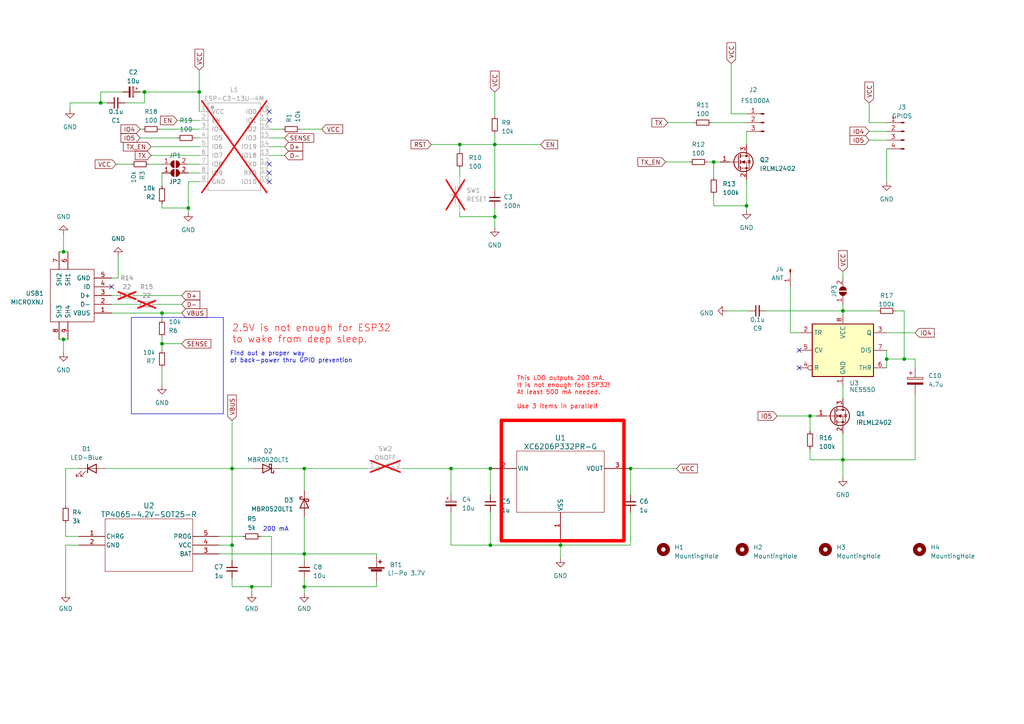
<source format=kicad_sch>
(kicad_sch (version 20230121) (generator eeschema)
  (paper "A4")
  (lib_symbols
    (symbol "2023-08-21_19-03-02:TP4065-4.2V-SOT25-R" (pin_names (offset 0.254))
      (property "Reference" "U" (at 20.32 10.16 0))
      (property "Value" "TP4065-4.2V-SOT25-R" (at 20.32 7.62 0))
      (symbol "TP4065-4.2V-SOT25-R_0_1"
        (polyline (pts (xy 7.62 -10.16) (xy 33.02 -10.16)) (stroke (width 0.127)))
        (polyline (pts (xy 7.62 5.08) (xy 7.62 -10.16)) (stroke (width 0.127)))
        (polyline (pts (xy 33.02 -10.16) (xy 33.02 5.08)) (stroke (width 0.127)))
        (polyline (pts (xy 33.02 5.08) (xy 7.62 5.08)) (stroke (width 0.127)))
        (pin unspecified line (at 0 0 0) (length 7.62) (name "CHRG") (number "1"))
        (pin power_out line (at 0 -2.54 0) (length 7.62) (name "GND") (number "2"))
        (pin power_in line (at 40.64 -5.08 180) (length 7.62) (name "BAT") (number "3"))
        (pin power_in line (at 40.64 -2.54 180) (length 7.62) (name "VCC") (number "4"))
        (pin unspecified line (at 40.64 0 180) (length 7.62) (name "PROG") (number "5"))
      )
    )
    (symbol "2023-10-08_20-10-52:XC6206P332PR-G" (pin_names (offset 0.254))
      (property "Reference" "U" (at 20.32 10.16 0))
      (property "Value" "XC6206P332PR-G" (at 20.32 7.62 0))
      (symbol "XC6206P332PR-G_0_1"
        (polyline (pts (xy 7.62 -12.7) (xy 33.02 -12.7)) (stroke (width 0.127)))
        (polyline (pts (xy 7.62 5.08) (xy 7.62 -12.7)) (stroke (width 0.127)))
        (polyline (pts (xy 33.02 -12.7) (xy 33.02 5.08)) (stroke (width 0.127)))
        (polyline (pts (xy 33.02 5.08) (xy 7.62 5.08)) (stroke (width 0.127)))
        (pin power_out line (at 20.32 -20.32 90) (length 7.62) (name "VSS") (number "1"))
        (pin power_in line (at 0 0 0) (length 7.62) (name "VIN") (number "2"))
        (pin output line (at 40.64 0 180) (length 7.62) (name "VOUT") (number "3"))
      )
    )
    (symbol "Connector:Conn_01x01_Pin" (pin_names (offset 1.016) hide)
      (property "Reference" "J" (at 0 2.54 0))
      (property "Value" "Conn_01x01_Pin" (at 0 -2.54 0))
      (symbol "Conn_01x01_Pin_1_1"
        (polyline (pts (xy 1.27 0) (xy 0.8636 0)) (stroke (width 0.1524)))
        (rectangle (start 0.8636 0.127) (end 0 -0.127) (stroke (width 0.1524)) (fill (type outline)))
        (pin passive line (at 5.08 0 180) (length 3.81) (name "Pin_1") (number "1"))
      )
    )
    (symbol "Connector:Conn_01x03_Pin" (pin_names (offset 1.016) hide)
      (property "Reference" "J" (at 0 5.08 0))
      (property "Value" "Conn_01x03_Pin" (at 0 -5.08 0))
      (symbol "Conn_01x03_Pin_1_1"
        (polyline (pts (xy 1.27 -2.54) (xy 0.8636 -2.54)) (stroke (width 0.1524)))
        (polyline (pts (xy 1.27 0) (xy 0.8636 0)) (stroke (width 0.1524)))
        (polyline (pts (xy 1.27 2.54) (xy 0.8636 2.54)) (stroke (width 0.1524)))
        (rectangle (start 0.8636 -2.413) (end 0 -2.667) (stroke (width 0.1524)) (fill (type outline)))
        (rectangle (start 0.8636 0.127) (end 0 -0.127) (stroke (width 0.1524)) (fill (type outline)))
        (rectangle (start 0.8636 2.667) (end 0 2.413) (stroke (width 0.1524)) (fill (type outline)))
        (pin passive line (at 5.08 2.54 180) (length 3.81) (name "Pin_1") (number "1"))
        (pin passive line (at 5.08 0 180) (length 3.81) (name "Pin_2") (number "2"))
        (pin passive line (at 5.08 -2.54 180) (length 3.81) (name "Pin_3") (number "3"))
      )
    )
    (symbol "Connector:Conn_01x04_Pin" (pin_names (offset 1.016) hide)
      (property "Reference" "J" (at 0 5.08 0))
      (property "Value" "Conn_01x04_Pin" (at 0 -7.62 0))
      (symbol "Conn_01x04_Pin_1_1"
        (polyline (pts (xy 1.27 -5.08) (xy 0.8636 -5.08)) (stroke (width 0.1524)))
        (polyline (pts (xy 1.27 -2.54) (xy 0.8636 -2.54)) (stroke (width 0.1524)))
        (polyline (pts (xy 1.27 0) (xy 0.8636 0)) (stroke (width 0.1524)))
        (polyline (pts (xy 1.27 2.54) (xy 0.8636 2.54)) (stroke (width 0.1524)))
        (rectangle (start 0.8636 -4.953) (end 0 -5.207) (stroke (width 0.1524)) (fill (type outline)))
        (rectangle (start 0.8636 -2.413) (end 0 -2.667) (stroke (width 0.1524)) (fill (type outline)))
        (rectangle (start 0.8636 0.127) (end 0 -0.127) (stroke (width 0.1524)) (fill (type outline)))
        (rectangle (start 0.8636 2.667) (end 0 2.413) (stroke (width 0.1524)) (fill (type outline)))
        (pin passive line (at 5.08 2.54 180) (length 3.81) (name "Pin_1") (number "1"))
        (pin passive line (at 5.08 0 180) (length 3.81) (name "Pin_2") (number "2"))
        (pin passive line (at 5.08 -2.54 180) (length 3.81) (name "Pin_3") (number "3"))
        (pin passive line (at 5.08 -5.08 180) (length 3.81) (name "Pin_4") (number "4"))
      )
    )
    (symbol "Device:Battery_Cell" (pin_numbers hide) (pin_names (offset 0) hide)
      (property "Reference" "BT" (at 2.54 2.54 0))
      (property "Value" "Battery_Cell" (at 2.54 0 0))
      (symbol "Battery_Cell_0_1"
        (rectangle (start -2.286 1.778) (end 2.286 1.524) (fill (type outline)))
        (rectangle (start -1.5748 1.1938) (end 1.4732 0.6858) (fill (type outline)))
        (polyline (pts (xy 0 0.762) (xy 0 0)))
        (polyline (pts (xy 0 1.778) (xy 0 2.54)))
        (polyline (pts (xy 0.508 3.429) (xy 1.524 3.429)) (stroke (width 0.254)))
        (polyline (pts (xy 1.016 3.937) (xy 1.016 2.921)) (stroke (width 0.254)))
      )
      (symbol "Battery_Cell_1_1"
        (pin passive line (at 0 5.08 270) (length 2.54) (name "+") (number "1"))
        (pin passive line (at 0 -2.54 90) (length 2.54) (name "-") (number "2"))
      )
    )
    (symbol "Device:C_Polarized" (pin_numbers hide) (pin_names (offset 0.254))
      (property "Reference" "C" (at 0.635 2.54 0))
      (property "Value" "C_Polarized" (at 0.635 -2.54 0))
      (symbol "C_Polarized_0_1"
        (rectangle (start -2.286 0.508) (end 2.286 1.016))
        (polyline (pts (xy -1.778 2.286) (xy -0.762 2.286)))
        (polyline (pts (xy -1.27 2.794) (xy -1.27 1.778)))
        (rectangle (start 2.286 -0.508) (end -2.286 -1.016) (fill (type outline)))
      )
      (symbol "C_Polarized_1_1"
        (pin passive line (at 0 3.81 270) (length 2.794) (name "~") (number "1"))
        (pin passive line (at 0 -3.81 90) (length 2.794) (name "~") (number "2"))
      )
    )
    (symbol "Device:C_Polarized_Small" (pin_numbers hide) (pin_names (offset 0.254) hide)
      (property "Reference" "C" (at 0.254 1.778 0))
      (property "Value" "C_Polarized_Small" (at 0.254 -2.032 0))
      (symbol "C_Polarized_Small_0_1"
        (rectangle (start -1.524 -0.3048) (end 1.524 -0.6858) (fill (type outline)))
        (rectangle (start -1.524 0.6858) (end 1.524 0.3048))
        (polyline (pts (xy -1.27 1.524) (xy -0.762 1.524)))
        (polyline (pts (xy -1.016 1.27) (xy -1.016 1.778)))
      )
      (symbol "C_Polarized_Small_1_1"
        (pin passive line (at 0 2.54 270) (length 1.8542) (name "~") (number "1"))
        (pin passive line (at 0 -2.54 90) (length 1.8542) (name "~") (number "2"))
      )
    )
    (symbol "Device:C_Small" (pin_numbers hide) (pin_names (offset 0.254) hide)
      (property "Reference" "C" (at 0.254 1.778 0))
      (property "Value" "C_Small" (at 0.254 -2.032 0))
      (symbol "C_Small_0_1"
        (polyline (pts (xy -1.524 -0.508) (xy 1.524 -0.508)) (stroke (width 0.3302)))
        (polyline (pts (xy -1.524 0.508) (xy 1.524 0.508)) (stroke (width 0.3048)))
      )
      (symbol "C_Small_1_1"
        (pin passive line (at 0 2.54 270) (length 2.032) (name "~") (number "1"))
        (pin passive line (at 0 -2.54 90) (length 2.032) (name "~") (number "2"))
      )
    )
    (symbol "Device:D_Schottky" (pin_numbers hide) (pin_names (offset 1.016) hide)
      (property "Reference" "D" (at 0 2.54 0))
      (property "Value" "D_Schottky" (at 0 -2.54 0))
      (symbol "D_Schottky_0_1"
        (polyline (pts (xy 1.27 0) (xy -1.27 0)))
        (polyline (pts (xy 1.27 1.27) (xy 1.27 -1.27) (xy -1.27 0) (xy 1.27 1.27)) (stroke (width 0.254)))
        (polyline (pts (xy -1.905 0.635) (xy -1.905 1.27) (xy -1.27 1.27) (xy -1.27 -1.27) (xy -0.635 -1.27) (xy -0.635 -0.635)) (stroke (width 0.254)))
      )
      (symbol "D_Schottky_1_1"
        (pin passive line (at -3.81 0 0) (length 2.54) (name "K") (number "1"))
        (pin passive line (at 3.81 0 180) (length 2.54) (name "A") (number "2"))
      )
    )
    (symbol "Device:LED" (pin_numbers hide) (pin_names (offset 1.016) hide)
      (property "Reference" "D" (at 0 2.54 0))
      (property "Value" "LED" (at 0 -2.54 0))
      (symbol "LED_0_1"
        (polyline (pts (xy -1.27 -1.27) (xy -1.27 1.27)) (stroke (width 0.254)))
        (polyline (pts (xy -1.27 0) (xy 1.27 0)))
        (polyline (pts (xy 1.27 -1.27) (xy 1.27 1.27) (xy -1.27 0) (xy 1.27 -1.27)) (stroke (width 0.254)))
        (polyline (pts (xy -3.048 -0.762) (xy -4.572 -2.286) (xy -3.81 -2.286) (xy -4.572 -2.286) (xy -4.572 -1.524)))
        (polyline (pts (xy -1.778 -0.762) (xy -3.302 -2.286) (xy -2.54 -2.286) (xy -3.302 -2.286) (xy -3.302 -1.524)))
      )
      (symbol "LED_1_1"
        (pin passive line (at -3.81 0 0) (length 2.54) (name "K") (number "1"))
        (pin passive line (at 3.81 0 180) (length 2.54) (name "A") (number "2"))
      )
    )
    (symbol "Device:Q_NMOS_GSD" (pin_names (offset 0) hide)
      (property "Reference" "Q" (at 5.08 1.27 0))
      (property "Value" "Q_NMOS_GSD" (at 5.08 -1.27 0))
      (symbol "Q_NMOS_GSD_0_1"
        (polyline (pts (xy 0.254 0) (xy -2.54 0)))
        (polyline (pts (xy 0.254 1.905) (xy 0.254 -1.905)) (stroke (width 0.254)))
        (polyline (pts (xy 0.762 -1.27) (xy 0.762 -2.286)) (stroke (width 0.254)))
        (polyline (pts (xy 0.762 0.508) (xy 0.762 -0.508)) (stroke (width 0.254)))
        (polyline (pts (xy 0.762 2.286) (xy 0.762 1.27)) (stroke (width 0.254)))
        (polyline (pts (xy 2.54 2.54) (xy 2.54 1.778)))
        (polyline (pts (xy 2.54 -2.54) (xy 2.54 0) (xy 0.762 0)))
        (polyline (pts (xy 0.762 -1.778) (xy 3.302 -1.778) (xy 3.302 1.778) (xy 0.762 1.778)))
        (polyline (pts (xy 1.016 0) (xy 2.032 0.381) (xy 2.032 -0.381) (xy 1.016 0)) (fill (type outline)))
        (polyline (pts (xy 2.794 0.508) (xy 2.921 0.381) (xy 3.683 0.381) (xy 3.81 0.254)))
        (polyline (pts (xy 3.302 0.381) (xy 2.921 -0.254) (xy 3.683 -0.254) (xy 3.302 0.381)))
        (circle (center 1.651 0) (radius 2.794) (stroke (width 0.254)))
        (circle (center 2.54 -1.778) (radius 0.254) (fill (type outline)))
        (circle (center 2.54 1.778) (radius 0.254) (fill (type outline)))
      )
      (symbol "Q_NMOS_GSD_1_1"
        (pin input line (at -5.08 0 0) (length 2.54) (name "G") (number "1"))
        (pin passive line (at 2.54 -5.08 90) (length 2.54) (name "S") (number "2"))
        (pin passive line (at 2.54 5.08 270) (length 2.54) (name "D") (number "3"))
      )
    )
    (symbol "Device:R_Small" (pin_numbers hide) (pin_names (offset 0.254) hide)
      (property "Reference" "R" (at 0.762 0.508 0))
      (property "Value" "R_Small" (at 0.762 -1.016 0))
      (symbol "R_Small_0_1"
        (rectangle (start -0.762 1.778) (end 0.762 -1.778) (stroke (width 0.2032)))
      )
      (symbol "R_Small_1_1"
        (pin passive line (at 0 2.54 270) (length 0.762) (name "~") (number "1"))
        (pin passive line (at 0 -2.54 90) (length 0.762) (name "~") (number "2"))
      )
    )
    (symbol "Jumper:SolderJumper_2_Open" (pin_names (offset 0) hide)
      (property "Reference" "JP" (at 0 2.032 0))
      (property "Value" "SolderJumper_2_Open" (at 0 -2.54 0))
      (symbol "SolderJumper_2_Open_0_1"
        (arc (start -0.254 1.016) (mid -1.2656 0) (end -0.254 -1.016))
        (arc (start -0.254 1.016) (mid -1.2656 0) (end -0.254 -1.016) (fill (type outline)))
        (polyline (pts (xy -0.254 1.016) (xy -0.254 -1.016)))
        (polyline (pts (xy 0.254 1.016) (xy 0.254 -1.016)))
        (arc (start 0.254 -1.016) (mid 1.2656 0) (end 0.254 1.016))
        (arc (start 0.254 -1.016) (mid 1.2656 0) (end 0.254 1.016) (fill (type outline)))
      )
      (symbol "SolderJumper_2_Open_1_1"
        (pin passive line (at -3.81 0 0) (length 2.54) (name "A") (number "1"))
        (pin passive line (at 3.81 0 180) (length 2.54) (name "B") (number "2"))
      )
    )
    (symbol "Mechanical:MountingHole" (pin_names (offset 1.016))
      (property "Reference" "H" (at 0 5.08 0))
      (property "Value" "MountingHole" (at 0 3.175 0))
      (symbol "MountingHole_0_1"
        (circle (center 0 0) (radius 1.27) (stroke (width 1.27)))
      )
    )
    (symbol "Switch:SW_Push" (pin_numbers hide) (pin_names (offset 1.016) hide)
      (property "Reference" "SW" (at 1.27 2.54 0))
      (property "Value" "SW_Push" (at 0 -1.524 0))
      (symbol "SW_Push_0_1"
        (circle (center -2.032 0) (radius 0.508))
        (polyline (pts (xy 0 1.27) (xy 0 3.048)))
        (polyline (pts (xy 2.54 1.27) (xy -2.54 1.27)))
        (circle (center 2.032 0) (radius 0.508))
        (pin passive line (at -5.08 0 0) (length 2.54) (name "1") (number "1"))
        (pin passive line (at 5.08 0 180) (length 2.54) (name "2") (number "2"))
      )
    )
    (symbol "Switch:SW_SPST" (pin_names (offset 0) hide)
      (property "Reference" "SW" (at 0 3.175 0))
      (property "Value" "SW_SPST" (at 0 -2.54 0))
      (symbol "SW_SPST_0_0"
        (circle (center -2.032 0) (radius 0.508))
        (polyline (pts (xy -1.524 0.254) (xy 1.524 1.778)))
        (circle (center 2.032 0) (radius 0.508))
      )
      (symbol "SW_SPST_1_1"
        (pin passive line (at -5.08 0 0) (length 2.54) (name "A") (number "1"))
        (pin passive line (at 5.08 0 180) (length 2.54) (name "B") (number "2"))
      )
    )
    (symbol "Timer:NE555D"
      (property "Reference" "U" (at -10.16 8.89 0))
      (property "Value" "NE555D" (at 2.54 8.89 0))
      (symbol "NE555D_0_0"
        (pin power_in line (at 0 -10.16 90) (length 2.54) (name "GND") (number "1"))
        (pin power_in line (at 0 10.16 270) (length 2.54) (name "VCC") (number "8"))
      )
      (symbol "NE555D_0_1"
        (rectangle (start -8.89 -7.62) (end 8.89 7.62) (stroke (width 0.254)) (fill (type background)))
        (rectangle (start -8.89 -7.62) (end 8.89 7.62) (stroke (width 0.254)) (fill (type background)))
      )
      (symbol "NE555D_1_1"
        (pin input line (at -12.7 5.08 0) (length 3.81) (name "TR") (number "2"))
        (pin output line (at 12.7 5.08 180) (length 3.81) (name "Q") (number "3"))
        (pin input inverted (at -12.7 -5.08 0) (length 3.81) (name "R") (number "4"))
        (pin input line (at -12.7 0 0) (length 3.81) (name "CV") (number "5"))
        (pin input line (at 12.7 -5.08 180) (length 3.81) (name "THR") (number "6"))
        (pin input line (at 12.7 0 180) (length 3.81) (name "DIS") (number "7"))
      )
    )
    (symbol "kicad_lceda:ESP-C3-13U-4M" (pin_names (offset 1.016))
      (property "Reference" "L" (at 0 15.367 0))
      (property "Value" "ESP-C3-13U-4M" (at 0 20.447 0))
      (symbol "ESP-C3-13U-4M_1_1"
        (rectangle (start -7.62 12.7) (end 7.62 -12.7) (stroke (width 0.1524)))
        (circle (center -6.35 11.43) (radius 0.381) (stroke (width 0.1524)) (fill (type outline)))
        (pin input line (at -10.16 10.16 0) (length 2.54) (name "VCC") (number "1"))
        (pin input line (at 10.16 -10.16 180) (length 2.54) (name "IO10") (number "10"))
        (pin input line (at 10.16 -7.62 180) (length 2.54) (name "RXD") (number "11"))
        (pin input line (at 10.16 -5.08 180) (length 2.54) (name "TXD") (number "12"))
        (pin input line (at 10.16 -2.54 180) (length 2.54) (name "IO18") (number "13"))
        (pin input line (at 10.16 0 180) (length 2.54) (name "IO19") (number "14"))
        (pin input line (at 10.16 2.54 180) (length 2.54) (name "IO3") (number "15"))
        (pin input line (at 10.16 5.08 180) (length 2.54) (name "IO2") (number "16"))
        (pin input line (at 10.16 7.62 180) (length 2.54) (name "IO1") (number "17"))
        (pin input line (at 10.16 10.16 180) (length 2.54) (name "IO0") (number "18"))
        (pin input line (at -10.16 7.62 0) (length 2.54) (name "EN") (number "2"))
        (pin input line (at -10.16 5.08 0) (length 2.54) (name "IO4") (number "3"))
        (pin input line (at -10.16 2.54 0) (length 2.54) (name "IO5") (number "4"))
        (pin input line (at -10.16 0 0) (length 2.54) (name "IO6") (number "5"))
        (pin input line (at -10.16 -2.54 0) (length 2.54) (name "IO7") (number "6"))
        (pin input line (at -10.16 -5.08 0) (length 2.54) (name "IO8") (number "7"))
        (pin input line (at -10.16 -7.62 0) (length 2.54) (name "IO9") (number "8"))
        (pin input line (at -10.16 -10.16 0) (length 2.54) (name "GND") (number "9"))
      )
    )
    (symbol "micro-usb:MICROXNJ" (pin_names (offset 1.016))
      (property "Reference" "USB" (at 0 15.494 0))
      (property "Value" "MICROXNJ" (at 0 20.574 0))
      (symbol "MICROXNJ_1_1"
        (rectangle (start -5.08 7.62) (end 7.62 -7.62) (stroke (width 0.1524)))
        (pin input line (at -10.16 -5.08 0) (length 5.08) (name "VBUS") (number "1"))
        (pin input line (at -10.16 -2.54 0) (length 5.08) (name "D-") (number "2"))
        (pin input line (at -10.16 0 0) (length 5.08) (name "D+") (number "3"))
        (pin input line (at -10.16 2.54 0) (length 5.08) (name "ID") (number "4"))
        (pin input line (at -10.16 5.08 0) (length 5.08) (name "GND") (number "5"))
        (pin input line (at 2.54 12.7 270) (length 5.08) (name "SH1") (number "6"))
        (pin input line (at 5.08 12.7 270) (length 5.08) (name "SH2") (number "7"))
        (pin input line (at 5.08 -12.7 90) (length 5.08) (name "SH3") (number "8"))
        (pin input line (at 2.54 -12.7 90) (length 5.08) (name "SH4") (number "9"))
      )
    )
    (symbol "power:GND" (power) (pin_names (offset 0))
      (property "Value" "GND" (at 0 -3.81 0))
      (symbol "GND_0_1"
        (polyline (pts (xy 0 0) (xy 0 -1.27) (xy 1.27 -1.27) (xy 0 -2.54) (xy -1.27 -1.27) (xy 0 -1.27)))
      )
      (symbol "GND_1_1"
        (pin power_in line (at 0 0 270) (length 0) hide (name "GND") (number "1"))
      )
    )
  )
  (junction (at 54.61 60.325))
  (junction (at 88.265 160.655))
  (junction (at 234.95 120.65))
  (junction (at 18.415 98.425))
  (junction (at 41.91 26.67))
  (junction (at 130.81 135.89))
  (junction (at 46.99 99.695))
  (junction (at 88.265 170.18))
  (junction (at 244.475 133.35))
  (junction (at 73.025 170.18))
  (junction (at 216.535 59.69))
  (junction (at 143.51 62.865))
  (junction (at 67.31 158.115))
  (junction (at 142.24 135.89))
  (junction (at 18.415 73.025))
  (junction (at 244.475 90.17))
  (junction (at 143.51 41.91))
  (junction (at 46.99 90.805))
  (junction (at 162.56 158.115))
  (junction (at 257.175 104.14))
  (junction (at 142.24 158.115))
  (junction (at 207.01 46.99))
  (junction (at 182.88 135.89))
  (junction (at 88.265 135.89))
  (junction (at 133.35 41.91))
  (junction (at 67.31 135.89))
  (junction (at 262.255 104.14))
  (junction (at 29.21 29.845))
  (junction (at 57.785 26.67))
  (no_connect (at 78.105 50.165))
  (no_connect (at 78.105 32.385))
  (no_connect (at 231.775 101.6))
  (no_connect (at 231.775 106.68))
  (no_connect (at 78.105 34.925))
  (no_connect (at 78.105 52.705))
  (no_connect (at 32.385 83.185))
  (no_connect (at 78.105 47.625))
  (wire (pts (xy 39.37 85.725) (xy 52.705 85.725)))
  (wire (pts (xy 133.35 48.895) (xy 133.35 51.435)))
  (wire (pts (xy 265.43 114.3) (xy 265.43 133.35)))
  (wire (pts (xy 20.32 29.845) (xy 29.21 29.845)))
  (wire (pts (xy 206.375 35.56) (xy 216.535 35.56)))
  (wire (pts (xy 244.475 125.73) (xy 244.475 133.35)))
  (wire (pts (xy 19.05 135.89) (xy 22.86 135.89)))
  (wire (pts (xy 54.61 50.165) (xy 57.785 50.165)))
  (wire (pts (xy 41.91 26.67) (xy 57.785 26.67)))
  (wire (pts (xy 207.01 46.99) (xy 207.01 51.435)))
  (wire (pts (xy 19.05 155.575) (xy 22.86 155.575)))
  (wire (pts (xy 265.43 104.14) (xy 265.43 106.68)))
  (wire (pts (xy 142.24 158.115) (xy 162.56 158.115)))
  (wire (pts (xy 88.265 142.24) (xy 88.265 135.89)))
  (wire (pts (xy 46.99 90.805) (xy 52.705 90.805)))
  (wire (pts (xy 18.415 67.945) (xy 18.415 73.025)))
  (wire (pts (xy 19.05 158.115) (xy 22.86 158.115)))
  (wire (pts (xy 109.22 170.18) (xy 109.22 168.91)))
  (wire (pts (xy 78.105 42.545) (xy 82.55 42.545)))
  (wire (pts (xy 57.785 52.705) (xy 54.61 52.705)))
  (wire (pts (xy 46.99 60.325) (xy 54.61 60.325)))
  (wire (pts (xy 244.475 88.265) (xy 244.475 90.17)))
  (wire (pts (xy 17.145 73.025) (xy 18.415 73.025)))
  (wire (pts (xy 78.105 45.085) (xy 82.55 45.085)))
  (wire (pts (xy 43.815 45.085) (xy 57.785 45.085)))
  (wire (pts (xy 73.025 170.18) (xy 73.025 172.085)))
  (wire (pts (xy 32.385 88.265) (xy 40.005 88.265)))
  (wire (pts (xy 133.35 62.865) (xy 143.51 62.865)))
  (wire (pts (xy 46.99 99.695) (xy 52.705 99.695)))
  (wire (pts (xy 143.51 41.91) (xy 156.845 41.91)))
  (wire (pts (xy 207.01 46.99) (xy 208.915 46.99)))
  (wire (pts (xy 88.265 135.89) (xy 106.68 135.89)))
  (wire (pts (xy 43.815 42.545) (xy 57.785 42.545)))
  (wire (pts (xy 193.04 46.99) (xy 200.025 46.99)))
  (wire (pts (xy 34.29 80.645) (xy 32.385 80.645)))
  (wire (pts (xy 88.265 170.18) (xy 109.22 170.18)))
  (wire (pts (xy 40.64 37.465) (xy 41.275 37.465)))
  (wire (pts (xy 116.84 135.89) (xy 130.81 135.89)))
  (wire (pts (xy 63.5 155.575) (xy 70.485 155.575)))
  (wire (pts (xy 212.09 18.415) (xy 212.09 33.02)))
  (wire (pts (xy 182.88 158.115) (xy 162.56 158.115)))
  (wire (pts (xy 142.24 135.89) (xy 142.24 143.51)))
  (wire (pts (xy 252.095 38.1) (xy 257.175 38.1)))
  (wire (pts (xy 234.95 120.65) (xy 236.855 120.65)))
  (wire (pts (xy 56.515 40.005) (xy 57.785 40.005)))
  (wire (pts (xy 86.995 37.465) (xy 93.345 37.465)))
  (wire (pts (xy 19.05 135.89) (xy 19.05 146.685)))
  (wire (pts (xy 88.265 149.86) (xy 88.265 160.655)))
  (wire (pts (xy 162.56 156.21) (xy 162.56 158.115)))
  (wire (pts (xy 182.88 148.59) (xy 182.88 158.115)))
  (wire (pts (xy 216.535 59.69) (xy 216.535 60.96)))
  (wire (pts (xy 252.095 40.64) (xy 257.175 40.64)))
  (wire (pts (xy 207.01 56.515) (xy 207.01 59.69)))
  (wire (pts (xy 252.095 35.56) (xy 257.175 35.56)))
  (wire (pts (xy 262.255 104.14) (xy 265.43 104.14)))
  (wire (pts (xy 244.475 111.76) (xy 244.475 115.57)))
  (wire (pts (xy 57.785 26.67) (xy 57.785 32.385)))
  (wire (pts (xy 88.265 135.89) (xy 81.28 135.89)))
  (wire (pts (xy 257.175 43.18) (xy 257.175 52.705)))
  (wire (pts (xy 133.35 41.91) (xy 143.51 41.91)))
  (wire (pts (xy 78.105 37.465) (xy 81.915 37.465)))
  (wire (pts (xy 67.31 135.89) (xy 67.31 158.115)))
  (wire (pts (xy 54.61 47.625) (xy 57.785 47.625)))
  (wire (pts (xy 43.18 47.625) (xy 46.99 47.625)))
  (wire (pts (xy 78.105 40.005) (xy 82.55 40.005)))
  (wire (pts (xy 162.56 158.115) (xy 162.56 161.925)))
  (wire (pts (xy 46.99 99.695) (xy 46.99 101.6)))
  (wire (pts (xy 67.31 167.64) (xy 67.31 170.18)))
  (wire (pts (xy 216.535 38.1) (xy 216.535 41.91)))
  (wire (pts (xy 46.99 106.68) (xy 46.99 111.76)))
  (wire (pts (xy 46.355 37.465) (xy 57.785 37.465)))
  (wire (pts (xy 130.81 158.115) (xy 142.24 158.115)))
  (wire (pts (xy 36.195 29.845) (xy 41.91 29.845)))
  (wire (pts (xy 18.415 98.425) (xy 19.685 98.425)))
  (wire (pts (xy 142.24 148.59) (xy 142.24 158.115)))
  (wire (pts (xy 78.74 155.575) (xy 75.565 155.575)))
  (wire (pts (xy 88.265 167.64) (xy 88.265 170.18)))
  (wire (pts (xy 262.255 90.17) (xy 262.255 104.14)))
  (wire (pts (xy 32.385 85.725) (xy 34.29 85.725)))
  (wire (pts (xy 67.31 121.92) (xy 67.31 135.89)))
  (wire (pts (xy 18.415 98.425) (xy 18.415 102.235)))
  (wire (pts (xy 212.09 33.02) (xy 216.535 33.02)))
  (wire (pts (xy 46.99 90.805) (xy 46.99 92.71)))
  (wire (pts (xy 207.01 59.69) (xy 216.535 59.69)))
  (wire (pts (xy 45.085 88.265) (xy 52.705 88.265)))
  (wire (pts (xy 143.51 38.735) (xy 143.51 41.91)))
  (wire (pts (xy 234.95 130.175) (xy 234.95 133.35)))
  (wire (pts (xy 67.31 158.115) (xy 67.31 162.56)))
  (wire (pts (xy 143.51 60.325) (xy 143.51 62.865)))
  (wire (pts (xy 67.31 170.18) (xy 73.025 170.18)))
  (wire (pts (xy 29.21 26.67) (xy 29.21 29.845)))
  (wire (pts (xy 216.535 52.07) (xy 216.535 59.69)))
  (wire (pts (xy 40.64 26.67) (xy 41.91 26.67)))
  (wire (pts (xy 130.81 135.89) (xy 142.24 135.89)))
  (wire (pts (xy 210.82 90.17) (xy 217.17 90.17)))
  (wire (pts (xy 229.235 96.52) (xy 231.775 96.52)))
  (wire (pts (xy 257.175 104.14) (xy 257.175 106.68)))
  (wire (pts (xy 30.48 135.89) (xy 67.31 135.89)))
  (wire (pts (xy 40.64 40.005) (xy 51.435 40.005)))
  (wire (pts (xy 125.095 41.91) (xy 133.35 41.91)))
  (wire (pts (xy 252.095 29.845) (xy 252.095 35.56)))
  (wire (pts (xy 31.115 29.845) (xy 29.21 29.845)))
  (wire (pts (xy 63.5 158.115) (xy 67.31 158.115)))
  (wire (pts (xy 133.35 41.91) (xy 133.35 43.815)))
  (wire (pts (xy 244.475 90.17) (xy 254.635 90.17)))
  (wire (pts (xy 19.05 158.115) (xy 19.05 172.085)))
  (wire (pts (xy 33.655 47.625) (xy 38.1 47.625)))
  (wire (pts (xy 229.235 83.185) (xy 229.235 96.52)))
  (wire (pts (xy 32.385 90.805) (xy 46.99 90.805)))
  (wire (pts (xy 88.265 170.18) (xy 88.265 172.085)))
  (wire (pts (xy 88.265 162.56) (xy 88.265 160.655)))
  (wire (pts (xy 257.175 104.14) (xy 262.255 104.14)))
  (wire (pts (xy 20.32 31.75) (xy 20.32 29.845)))
  (wire (pts (xy 265.43 133.35) (xy 244.475 133.35)))
  (wire (pts (xy 133.35 61.595) (xy 133.35 62.865)))
  (wire (pts (xy 78.74 170.18) (xy 73.025 170.18)))
  (wire (pts (xy 143.51 62.865) (xy 143.51 66.04)))
  (wire (pts (xy 182.88 135.89) (xy 182.88 143.51)))
  (wire (pts (xy 222.25 90.17) (xy 244.475 90.17)))
  (wire (pts (xy 143.51 26.67) (xy 143.51 33.655)))
  (wire (pts (xy 57.785 20.32) (xy 57.785 26.67)))
  (wire (pts (xy 46.99 97.79) (xy 46.99 99.695)))
  (wire (pts (xy 54.61 52.705) (xy 54.61 60.325)))
  (wire (pts (xy 51.435 34.925) (xy 57.785 34.925)))
  (wire (pts (xy 88.265 160.655) (xy 109.22 160.655)))
  (wire (pts (xy 182.88 135.89) (xy 196.215 135.89)))
  (wire (pts (xy 46.99 50.165) (xy 46.99 53.975)))
  (wire (pts (xy 259.715 90.17) (xy 262.255 90.17)))
  (wire (pts (xy 35.56 26.67) (xy 29.21 26.67)))
  (wire (pts (xy 244.475 90.17) (xy 244.475 91.44)))
  (wire (pts (xy 63.5 160.655) (xy 88.265 160.655)))
  (wire (pts (xy 205.105 46.99) (xy 207.01 46.99)))
  (wire (pts (xy 225.425 120.65) (xy 234.95 120.65)))
  (wire (pts (xy 41.91 29.845) (xy 41.91 26.67)))
  (wire (pts (xy 234.95 120.65) (xy 234.95 125.095)))
  (wire (pts (xy 193.675 35.56) (xy 201.295 35.56)))
  (wire (pts (xy 257.175 101.6) (xy 257.175 104.14)))
  (wire (pts (xy 18.415 73.025) (xy 19.685 73.025)))
  (wire (pts (xy 46.99 60.325) (xy 46.99 59.055)))
  (wire (pts (xy 130.81 148.59) (xy 130.81 158.115)))
  (wire (pts (xy 244.475 78.74) (xy 244.475 80.645)))
  (wire (pts (xy 130.81 135.89) (xy 130.81 143.51)))
  (wire (pts (xy 54.61 60.325) (xy 54.61 61.595)))
  (wire (pts (xy 34.29 74.295) (xy 34.29 80.645)))
  (wire (pts (xy 244.475 133.35) (xy 244.475 138.43)))
  (wire (pts (xy 234.95 133.35) (xy 244.475 133.35)))
  (wire (pts (xy 109.22 160.655) (xy 109.22 161.29)))
  (wire (pts (xy 78.74 155.575) (xy 78.74 170.18)))
  (wire (pts (xy 19.05 151.765) (xy 19.05 155.575)))
  (wire (pts (xy 257.175 96.52) (xy 265.43 96.52)))
  (wire (pts (xy 67.31 135.89) (xy 73.66 135.89)))
  (wire (pts (xy 17.145 98.425) (xy 18.415 98.425)))
  (wire (pts (xy 143.51 41.91) (xy 143.51 55.245)))
  (rectangle (start 145.415 121.92) (end 180.975 156.845) (stroke (width 1) (color 255 0 0 1)))
  (rectangle (start 38.1 92.075) (end 64.77 120.015))
  (text "2.5V is not enough for ESP32 \nto wake from deep sleep." (at 67.31 99.695 0) (effects (font (size 2 2)) (justify left bottom)))
  (text "200 mA\n" (at 76.2 154.305 0) (effects (font (size 1.27 1.27)) (justify left bottom)))
  (text "This LDO outputs 200 mA.\nIt is not enough for ESP32!\nAt least 500 mA needed.\n\nUse 3 items in parallel!" (at 149.86 118.745 0) (effects (font (size 1.27 1.27)) (justify left bottom)))
  (text "Find out a proper way\nof back-power thru GPIO prevention" (at 66.675 105.41 0) (effects (font (size 1.27 1.27)) (justify left bottom)))
  (global_label "D-" (shape input) (at 52.705 88.265 0) (property "Intersheetrefs" "${INTERSHEET_REFS}" (effects hide)))
  (global_label "IO4" (shape input) (at 40.64 37.465 180) (property "Intersheetrefs" "${INTERSHEET_REFS}" (effects hide)))
  (global_label "VCC" (shape input) (at 196.215 135.89 0) (property "Intersheetrefs" "${INTERSHEET_REFS}" (effects hide)))
  (global_label "TX" (shape input) (at 193.675 35.56 180) (property "Intersheetrefs" "${INTERSHEET_REFS}" (effects hide)))
  (global_label "VCC" (shape input) (at 143.51 26.67 90) (property "Intersheetrefs" "${INTERSHEET_REFS}" (effects hide)))
  (global_label "VCC" (shape input) (at 93.345 37.465 0) (property "Intersheetrefs" "${INTERSHEET_REFS}" (effects hide)))
  (global_label "RST" (shape input) (at 125.095 41.91 180) (property "Intersheetrefs" "${INTERSHEET_REFS}" (effects hide)))
  (global_label "VBUS" (shape input) (at 67.31 121.92 90) (property "Intersheetrefs" "${INTERSHEET_REFS}" (effects hide)))
  (global_label "SENSE" (shape input) (at 82.55 40.005 0) (property "Intersheetrefs" "${INTERSHEET_REFS}" (effects hide)))
  (global_label "VCC" (shape input) (at 244.475 78.74 90) (property "Intersheetrefs" "${INTERSHEET_REFS}" (effects hide)))
  (global_label "TX" (shape input) (at 43.815 45.085 180) (property "Intersheetrefs" "${INTERSHEET_REFS}" (effects hide)))
  (global_label "D-" (shape input) (at 82.55 45.085 0) (property "Intersheetrefs" "${INTERSHEET_REFS}" (effects hide)))
  (global_label "D+" (shape input) (at 52.705 85.725 0) (property "Intersheetrefs" "${INTERSHEET_REFS}" (effects hide)))
  (global_label "IO4" (shape input) (at 252.095 38.1 180) (property "Intersheetrefs" "${INTERSHEET_REFS}" (effects hide)))
  (global_label "VCC" (shape input) (at 33.655 47.625 180) (property "Intersheetrefs" "${INTERSHEET_REFS}" (effects hide)))
  (global_label "IO5" (shape input) (at 225.425 120.65 180) (property "Intersheetrefs" "${INTERSHEET_REFS}" (effects hide)))
  (global_label "VCC" (shape input) (at 212.09 18.415 90) (property "Intersheetrefs" "${INTERSHEET_REFS}" (effects hide)))
  (global_label "VCC" (shape input) (at 252.095 29.845 90) (property "Intersheetrefs" "${INTERSHEET_REFS}" (effects hide)))
  (global_label "VCC" (shape input) (at 57.785 20.32 90) (property "Intersheetrefs" "${INTERSHEET_REFS}" (effects hide)))
  (global_label "IO5" (shape input) (at 40.64 40.005 180) (property "Intersheetrefs" "${INTERSHEET_REFS}" (effects hide)))
  (global_label "IO4" (shape input) (at 265.43 96.52 0) (property "Intersheetrefs" "${INTERSHEET_REFS}" (effects hide)))
  (global_label "SENSE" (shape input) (at 52.705 99.695 0) (property "Intersheetrefs" "${INTERSHEET_REFS}" (effects hide)))
  (global_label "VBUS" (shape input) (at 52.705 90.805 0) (property "Intersheetrefs" "${INTERSHEET_REFS}" (effects hide)))
  (global_label "TX_EN" (shape input) (at 43.815 42.545 180) (property "Intersheetrefs" "${INTERSHEET_REFS}" (effects hide)))
  (global_label "TX_EN" (shape input) (at 193.04 46.99 180) (property "Intersheetrefs" "${INTERSHEET_REFS}" (effects hide)))
  (global_label "IO5" (shape input) (at 252.095 40.64 180) (property "Intersheetrefs" "${INTERSHEET_REFS}" (effects hide)))
  (global_label "EN" (shape input) (at 156.845 41.91 0) (property "Intersheetrefs" "${INTERSHEET_REFS}" (effects hide)))
  (global_label "EN" (shape input) (at 51.435 34.925 180) (property "Intersheetrefs" "${INTERSHEET_REFS}" (effects hide)))
  (global_label "D+" (shape input) (at 82.55 42.545 0) (property "Intersheetrefs" "${INTERSHEET_REFS}" (effects hide)))
  (symbol (lib_id "power:GND") (at 244.475 138.43 0) (unit 1)
    (property "Reference" "#PWR011" (effects hide))
    (property "Value" "GND" (at 244.475 143.51 0))
  )
  (symbol (lib_id "Connector:Conn_01x04_Pin") (at 262.255 38.1 0) (mirror y) (unit 1)
    (property "Reference" "J3" (at 261.62 31.115 0))
    (property "Value" "GPIOS" (at 261.62 33.655 0))
    (property "Footprint" "Connector_PinHeader_1.27mm:PinHeader_1x04_P1.27mm_Vertical" (effects hide))
  )
  (symbol (lib_id "Device:R_Small") (at 53.975 40.005 90) (unit 1)
    (property "Reference" "R19" (at 53.975 34.925 90))
    (property "Value" "100" (at 53.975 37.465 90))
    (property "Footprint" "Resistor_SMD:R_0402_1005Metric" (effects hide))
  )
  (symbol (lib_id "power:GND") (at 54.61 61.595 0) (unit 1)
    (property "Reference" "#PWR01" (effects hide))
    (property "Value" "GND" (at 54.61 66.675 0))
  )
  (symbol (lib_id "2023-08-21_19-03-02:TP4065-4.2V-SOT25-R") (at 22.86 155.575 0) (unit 1)
    (property "Reference" "U2" (at 43.18 146.685 0) (effects (font (size 1.524 1.524))))
    (property "Value" "TP4065-4.2V-SOT25-R" (at 43.18 149.225 0) (effects (font (size 1.524 1.524))))
    (property "Footprint" "footprints1:SOT-23-5L_TPW" (effects hide))
    (property "Datasheet" "TP4065-4.2V-SOT25-R" (effects hide))
  )
  (symbol (lib_id "Device:R_Small") (at 202.565 46.99 90) (unit 1)
    (property "Reference" "R12" (at 202.565 41.91 90))
    (property "Value" "100" (at 202.565 44.45 90))
    (property "Footprint" "Resistor_SMD:R_0402_1005Metric" (effects hide))
  )
  (symbol (lib_id "Device:C_Polarized") (at 265.43 110.49 0) (unit 1)
    (property "Reference" "C10" (at 269.24 108.966 0) (effects (justify left)))
    (property "Value" "4.7u" (at 269.24 111.506 0) (effects (justify left)))
    (property "Footprint" "Capacitor_Tantalum_SMD:CP_EIA-2012-12_Kemet-R" (effects hide))
  )
  (symbol (lib_id "Device:R_Small") (at 36.83 85.725 90) (unit 1) (in_bom no) (dnp yes)
    (property "Reference" "R14" (at 36.83 80.645 90))
    (property "Value" "22" (at 36.83 83.185 90))
    (property "Footprint" "Resistor_SMD:R_0603_1608Metric_Pad0.98x0.95mm_HandSolder" (effects hide))
  )
  (symbol (lib_id "Device:LED") (at 26.67 135.89 0) (unit 1)
    (property "Reference" "D1" (at 25.0825 130.175 0))
    (property "Value" "LED-Blue" (at 25.0825 132.715 0))
    (property "Footprint" "LED_SMD:LED_0603_1608Metric" (effects hide))
    (property "LCSC" "C688886" (effects hide))
  )
  (symbol (lib_id "power:GND") (at 46.99 111.76 0) (unit 1)
    (property "Reference" "#PWR02" (effects hide))
    (property "Value" "GND" (at 46.99 116.84 0))
  )
  (symbol (lib_id "Device:R_Small") (at 133.35 46.355 0) (unit 1)
    (property "Reference" "R10" (at 135.89 45.72 0) (effects (justify left)))
    (property "Value" "100" (at 135.89 48.26 0) (effects (justify left)))
    (property "Footprint" "Resistor_SMD:R_0402_1005Metric" (effects hide))
  )
  (symbol (lib_id "power:GND") (at 143.51 66.04 0) (unit 1)
    (property "Reference" "#PWR08" (effects hide))
    (property "Value" "GND" (at 143.51 71.12 0))
  )
  (symbol (lib_id "Device:R_Small") (at 46.99 95.25 0) (mirror y) (unit 1)
    (property "Reference" "R6" (at 48.895 95.885 0) (effects (justify right)))
    (property "Value" "10k" (at 48.895 93.345 0) (effects (justify right)))
    (property "Footprint" "Resistor_SMD:R_0402_1005Metric" (effects hide))
  )
  (symbol (lib_id "Device:R_Small") (at 257.175 90.17 270) (unit 1)
    (property "Reference" "R17" (at 257.175 85.725 90))
    (property "Value" "100k" (at 257.175 88.265 90))
    (property "Footprint" "Resistor_SMD:R_0402_1005Metric" (effects hide))
  )
  (symbol (lib_id "Device:R_Small") (at 19.05 149.225 180) (unit 1)
    (property "Reference" "R4" (at 20.955 148.59 0) (effects (justify right)))
    (property "Value" "3k" (at 20.955 151.13 0) (effects (justify right)))
    (property "Footprint" "Resistor_SMD:R_0402_1005Metric" (effects hide))
    (property "LCSC" "C17513" (effects hide))
  )
  (symbol (lib_id "Device:D_Schottky") (at 88.265 146.05 90) (mirror x) (unit 1)
    (property "Reference" "D3" (at 85.09 145.0975 90) (effects (justify left)))
    (property "Value" "MBR0520LT1" (at 85.09 147.6375 90) (effects (justify left)))
    (property "Footprint" "Diode_SMD:D_SOD-123" (effects hide))
  )
  (symbol (lib_id "Device:C_Small") (at 143.51 57.785 0) (unit 1)
    (property "Reference" "C3" (at 146.05 57.1563 0) (effects (justify left)))
    (property "Value" "100n" (at 146.05 59.6963 0) (effects (justify left)))
    (property "Footprint" "Capacitor_SMD:C_0402_1005Metric" (effects hide))
  )
  (symbol (lib_id "power:GND") (at 34.29 74.295 180) (unit 1)
    (property "Reference" "#PWR013" (effects hide))
    (property "Value" "GND" (at 34.29 69.215 0))
  )
  (symbol (lib_id "Device:C_Small") (at 88.265 165.1 0) (unit 1)
    (property "Reference" "C8" (at 90.805 164.4713 0) (effects (justify left)))
    (property "Value" "10u" (at 90.805 167.0113 0) (effects (justify left)))
    (property "Footprint" "Capacitor_SMD:C_0603_1608Metric" (effects hide))
    (property "LCSC" "C15850" (effects hide))
  )
  (symbol (lib_id "Device:R_Small") (at 46.99 104.14 0) (unit 1)
    (property "Reference" "R7" (at 45.085 104.775 0) (effects (justify right)))
    (property "Value" "10k" (at 45.085 102.235 0) (effects (justify right)))
    (property "Footprint" "Resistor_SMD:R_0402_1005Metric" (effects hide))
  )
  (symbol (lib_id "Device:Battery_Cell") (at 109.22 166.37 0) (unit 1)
    (property "Reference" "BT1" (at 113.03 163.83 0) (effects (justify left)))
    (property "Value" "Li-Po 3.7V" (at 112.395 166.243 0) (effects (justify left)))
    (property "Footprint" "Connector_PinHeader_1.27mm:PinHeader_1x02_P1.27mm_Vertical" (effects hide))
  )
  (symbol (lib_id "Device:R_Small") (at 42.545 88.265 90) (unit 1) (in_bom no) (dnp yes)
    (property "Reference" "R15" (at 42.545 83.185 90))
    (property "Value" "22" (at 42.545 85.725 90))
    (property "Footprint" "Resistor_SMD:R_0603_1608Metric_Pad0.98x0.95mm_HandSolder" (effects hide))
  )
  (symbol (lib_id "Jumper:SolderJumper_2_Open") (at 50.8 50.165 0) (unit 1)
    (property "Reference" "JP2" (at 50.8 52.705 0))
    (property "Value" "SolderJumper_2_Open" (effects hide))
    (property "Footprint" "Jumper:SolderJumper-2_P1.3mm_Open_RoundedPad1.0x1.5mm" (effects hide))
  )
  (symbol (lib_id "Connector:Conn_01x03_Pin") (at 221.615 35.56 0) (mirror y) (unit 1)
    (property "Reference" "J2" (at 218.44 26.035 0))
    (property "Value" "FS1000A" (at 219.075 29.21 0))
    (property "Footprint" "Connector_PinHeader_1.27mm:PinHeader_1x03_P1.27mm_Vertical" (effects hide))
  )
  (symbol (lib_id "Mechanical:MountingHole") (at 215.265 159.385 0) (unit 1)
    (property "Reference" "H2" (at 218.44 158.75 0) (effects (justify left)))
    (property "Value" "MountingHole" (at 218.44 161.29 0) (effects (justify left)))
    (property "Footprint" "MountingHole:MountingHole_2.2mm_M2" (effects hide))
  )
  (symbol (lib_id "power:GND") (at 257.175 52.705 0) (unit 1)
    (property "Reference" "#PWR010" (effects hide))
    (property "Value" "GND" (at 257.175 57.785 0))
  )
  (symbol (lib_id "Device:R_Small") (at 84.455 37.465 270) (unit 1)
    (property "Reference" "R1" (at 83.82 35.56 0) (effects (justify right)))
    (property "Value" "10k" (at 86.36 35.56 0) (effects (justify right)))
    (property "Footprint" "Resistor_SMD:R_0402_1005Metric" (effects hide))
  )
  (symbol (lib_id "power:GND") (at 73.025 172.085 0) (unit 1)
    (property "Reference" "#PWR06" (effects hide))
    (property "Value" "GND" (at 73.025 176.53 0))
  )
  (symbol (lib_id "Device:Q_NMOS_GSD") (at 241.935 120.65 0) (unit 1)
    (property "Reference" "Q1" (at 248.285 120.015 0) (effects (justify left)))
    (property "Value" "IRLML2402" (at 248.285 122.555 0) (effects (justify left)))
    (property "Footprint" "Package_TO_SOT_SMD:SOT-23" (effects hide))
    (property "LCSC" "C5364307" (effects hide))
  )
  (symbol (lib_id "kicad_lceda:ESP-C3-13U-4M") (at 67.945 42.545 0) (unit 1) (in_bom no) (dnp yes)
    (property "Reference" "L1" (at 67.945 26.035 0))
    (property "Value" "ESP-C3-13U-4M" (at 67.945 28.575 0))
    (property "Footprint" "kicad_lceda:WIRELM-SMD_ESP-C3-13U-2M" (effects hide))
    (property "SuppliersPartNumber" "C2838651" (effects hide))
    (property "uuid" "std:226ae3ecc03b4020a44e8af2e83b98c8" (effects hide))
  )
  (symbol (lib_id "Device:R_Small") (at 40.64 47.625 90) (unit 1)
    (property "Reference" "R3" (at 41.275 49.53 0) (effects (justify right)))
    (property "Value" "10k" (at 38.735 49.53 0) (effects (justify right)))
    (property "Footprint" "Resistor_SMD:R_0402_1005Metric" (effects hide))
  )
  (symbol (lib_id "power:GND") (at 162.56 161.925 0) (unit 1)
    (property "Reference" "#PWR03" (effects hide))
    (property "Value" "GND" (at 162.56 167.005 0))
  )
  (symbol (lib_id "power:GND") (at 20.32 31.75 0) (unit 1)
    (property "Reference" "#PWR05" (effects hide))
    (property "Value" "GND" (at 20.32 36.83 0))
  )
  (symbol (lib_id "Mechanical:MountingHole") (at 266.7 159.385 0) (unit 1)
    (property "Reference" "H4" (at 269.875 158.75 0) (effects (justify left)))
    (property "Value" "MountingHole" (at 269.875 161.29 0) (effects (justify left)))
    (property "Footprint" "MountingHole:MountingHole_2.2mm_M2" (effects hide))
  )
  (symbol (lib_id "Device:C_Small") (at 182.88 146.05 0) (unit 1)
    (property "Reference" "C6" (at 185.42 145.4213 0) (effects (justify left)))
    (property "Value" "1u" (at 185.42 147.9613 0) (effects (justify left)))
    (property "Footprint" "Capacitor_SMD:C_0402_1005Metric" (effects hide))
  )
  (symbol (lib_id "Device:C_Small") (at 142.24 146.05 0) (unit 1)
    (property "Reference" "C5" (at 145.415 145.4213 0) (effects (justify left)))
    (property "Value" "1u" (at 145.415 147.9613 0) (effects (justify left)))
    (property "Footprint" "Capacitor_SMD:C_0402_1005Metric" (effects hide))
  )
  (symbol (lib_id "Jumper:SolderJumper_2_Open") (at 50.8 47.625 0) (unit 1)
    (property "Reference" "JP1" (at 50.8 45.085 0))
    (property "Value" "SolderJumper_2_Open" (effects hide))
    (property "Footprint" "Jumper:SolderJumper-2_P1.3mm_Open_RoundedPad1.0x1.5mm" (effects hide))
  )
  (symbol (lib_id "Device:C_Small") (at 33.655 29.845 90) (mirror x) (unit 1)
    (property "Reference" "C1" (at 33.6613 34.925 90))
    (property "Value" "0.1u" (at 33.6613 32.385 90))
    (property "Footprint" "Capacitor_SMD:C_0402_1005Metric" (effects hide))
  )
  (symbol (lib_id "Device:R_Small") (at 234.95 127.635 180) (unit 1)
    (property "Reference" "R16" (at 237.49 127 0) (effects (justify right)))
    (property "Value" "100k" (at 237.49 129.54 0) (effects (justify right)))
    (property "Footprint" "Resistor_SMD:R_0402_1005Metric" (effects hide))
  )
  (symbol (lib_id "power:GND") (at 18.415 102.235 0) (unit 1)
    (property "Reference" "#PWR015" (effects hide))
    (property "Value" "GND" (at 18.415 107.315 0))
  )
  (symbol (lib_id "power:GND") (at 19.05 172.085 0) (unit 1)
    (property "Reference" "#PWR04" (effects hide))
    (property "Value" "GND" (at 19.05 176.53 0))
  )
  (symbol (lib_id "Device:R_Small") (at 43.815 37.465 90) (unit 1)
    (property "Reference" "R18" (at 43.815 32.385 90))
    (property "Value" "100" (at 43.815 34.925 90))
    (property "Footprint" "Resistor_SMD:R_0402_1005Metric" (effects hide))
  )
  (symbol (lib_id "Device:C_Polarized_Small") (at 130.81 146.05 0) (unit 1)
    (property "Reference" "C4" (at 133.985 144.8689 0) (effects (justify left)))
    (property "Value" "10u" (at 133.985 147.4089 0) (effects (justify left)))
    (property "Footprint" "Capacitor_Tantalum_SMD:CP_EIA-3216-10_Kemet-I_Pad1.58x1.35mm_HandSolder" (effects hide))
  )
  (symbol (lib_id "Timer:NE555D") (at 244.475 101.6 0) (unit 1)
    (property "Reference" "U3" (at 246.38 111.125 0) (effects (justify left)))
    (property "Value" "NE555D" (at 246.38 113.03 0) (effects (justify left)))
    (property "Footprint" "Package_SO:SOIC-8_3.9x4.9mm_P1.27mm" (effects hide))
    (property "Datasheet" "http://www.ti.com/lit/ds/symlink/ne555.pdf" (effects hide))
  )
  (symbol (lib_id "Device:Q_NMOS_GSD") (at 213.995 46.99 0) (unit 1)
    (property "Reference" "Q2" (at 220.345 46.355 0) (effects (justify left)))
    (property "Value" "IRLML2402" (at 220.345 48.895 0) (effects (justify left)))
    (property "Footprint" "Package_TO_SOT_SMD:SOT-23" (effects hide))
    (property "LCSC" "C5364307" (effects hide))
  )
  (symbol (lib_id "power:GND") (at 18.415 67.945 180) (unit 1)
    (property "Reference" "#PWR014" (effects hide))
    (property "Value" "GND" (at 18.415 62.865 0))
  )
  (symbol (lib_id "power:GND") (at 216.535 60.96 0) (unit 1)
    (property "Reference" "#PWR09" (effects hide))
    (property "Value" "GND" (at 216.535 66.04 0))
  )
  (symbol (lib_id "Mechanical:MountingHole") (at 239.395 159.385 0) (unit 1)
    (property "Reference" "H3" (at 242.57 158.75 0) (effects (justify left)))
    (property "Value" "MountingHole" (at 242.57 161.29 0) (effects (justify left)))
    (property "Footprint" "MountingHole:MountingHole_2.2mm_M2" (effects hide))
  )
  (symbol (lib_id "Mechanical:MountingHole") (at 192.405 159.385 0) (unit 1)
    (property "Reference" "H1" (at 195.58 158.75 0) (effects (justify left)))
    (property "Value" "MountingHole" (at 195.58 161.29 0) (effects (justify left)))
    (property "Footprint" "MountingHole:MountingHole_2.2mm_M2" (effects hide))
  )
  (symbol (lib_id "Connector:Conn_01x01_Pin") (at 229.235 78.105 90) (mirror x) (unit 1)
    (property "Reference" "J4" (at 227.33 78.105 90) (effects (justify left)))
    (property "Value" "ANT" (at 227.33 80.645 90) (effects (justify left)))
    (property "Footprint" "Connector_PinHeader_1.27mm:PinHeader_1x01_P1.27mm_Vertical" (effects hide))
  )
  (symbol (lib_id "Device:C_Small") (at 67.31 165.1 0) (mirror y) (unit 1)
    (property "Reference" "C7" (at 64.77 164.4713 0) (effects (justify left)))
    (property "Value" "1u" (at 64.77 167.0113 0) (effects (justify left)))
    (property "Footprint" "Capacitor_SMD:C_0402_1005Metric" (effects hide))
    (property "LCSC" "C15850" (effects hide))
  )
  (symbol (lib_id "Device:C_Polarized_Small") (at 38.1 26.67 270) (unit 1)
    (property "Reference" "C2" (at 38.6461 20.955 90))
    (property "Value" "10u" (at 38.6461 23.495 90))
    (property "Footprint" "Capacitor_Tantalum_SMD:CP_EIA-3216-10_Kemet-I_Pad1.58x1.35mm_HandSolder" (effects hide))
  )
  (symbol (lib_id "Device:R_Small") (at 203.835 35.56 90) (unit 1)
    (property "Reference" "R11" (at 203.835 30.48 90))
    (property "Value" "100" (at 203.835 33.02 90))
    (property "Footprint" "Resistor_SMD:R_0402_1005Metric" (effects hide))
  )
  (symbol (lib_id "Jumper:SolderJumper_2_Open") (at 244.475 84.455 90) (unit 1)
    (property "Reference" "JP3" (at 241.935 84.455 0))
    (property "Value" "SolderJumper_2_Open" (effects hide))
    (property "Footprint" "Jumper:SolderJumper-2_P1.3mm_Open_RoundedPad1.0x1.5mm" (effects hide))
  )
  (symbol (lib_id "Device:D_Schottky") (at 77.47 135.89 180) (unit 1)
    (property "Reference" "D2" (at 77.7875 130.81 0))
    (property "Value" "MBR0520LT1" (at 77.7875 133.35 0))
    (property "Footprint" "Diode_SMD:D_SOD-123" (effects hide))
  )
  (symbol (lib_id "Device:R_Small") (at 73.025 155.575 90) (unit 1)
    (property "Reference" "R5" (at 73.025 150.495 90))
    (property "Value" "5k" (at 73.025 153.035 90))
    (property "Footprint" "Resistor_SMD:R_0402_1005Metric" (effects hide))
    (property "LCSC" "C17661" (effects hide))
  )
  (symbol (lib_id "Switch:SW_Push") (at 133.35 56.515 90) (unit 1) (in_bom no) (dnp yes)
    (property "Reference" "SW1" (at 135.255 55.2449 90) (effects (justify right)))
    (property "Value" "RESET" (at 135.255 57.7849 90) (effects (justify right)))
    (property "Footprint" "Button_Switch_SMD:SW_SPST_CK_RS282G05A3" (effects hide))
  )
  (symbol (lib_id "Switch:SW_SPST") (at 111.76 135.89 0) (unit 1) (in_bom no) (dnp yes)
    (property "Reference" "SW2" (at 111.76 130.175 0))
    (property "Value" "ONOFF" (at 111.76 132.715 0))
    (property "Footprint" "Connector_PinHeader_1.27mm:PinHeader_1x02_P1.27mm_Vertical" (effects hide))
  )
  (symbol (lib_id "power:GND") (at 88.265 172.085 0) (unit 1)
    (property "Reference" "#PWR07" (effects hide))
    (property "Value" "GND" (at 88.265 176.53 0))
  )
  (symbol (lib_id "micro-usb:MICROXNJ") (at 22.225 85.725 0) (mirror y) (unit 1)
    (property "Reference" "USB1" (at 12.7 85.09 0) (effects (justify left)))
    (property "Value" "MICROXNJ" (at 12.7 87.63 0) (effects (justify left)))
    (property "Footprint" "kicad_lceda:MICRO-USB-SMD_MICROXNJ" (effects hide))
    (property "Datasheet" "http://www.szlcsc.com/product/details_392534.html" (effects hide))
    (property "SuppliersPartNumber" "C404969" (effects hide))
    (property "uuid" "std:ebf87b771fca429b810052cffdd48e69" (effects hide))
  )
  (symbol (lib_id "Device:C_Small") (at 219.71 90.17 90) (mirror x) (unit 1)
    (property "Reference" "C9" (at 219.7163 95.25 90))
    (property "Value" "0.1u" (at 219.7163 92.71 90))
    (property "Footprint" "Capacitor_SMD:C_0402_1005Metric" (effects hide))
  )
  (symbol (lib_id "power:GND") (at 210.82 90.17 270) (unit 1)
    (property "Reference" "#PWR012" (effects hide))
    (property "Value" "GND" (at 207.01 90.805 90) (effects (justify right)))
  )
  (symbol (lib_id "2023-10-08_20-10-52:XC6206P332PR-G") (at 142.24 135.89 0) (unit 1)
    (property "Reference" "U1" (at 162.56 127 0) (effects (font (size 1.524 1.524))))
    (property "Value" "XC6206P332PR-G" (at 162.56 129.54 0) (effects (font (size 1.524 1.524))))
    (property "Footprint" "footprints:SOT-89_TOR" (effects hide))
    (property "Datasheet" "XC6206P332PR-G" (effects hide))
  )
  (symbol (lib_id "Device:R_Small") (at 207.01 53.975 180) (unit 1)
    (property "Reference" "R13" (at 209.55 53.34 0) (effects (justify right)))
    (property "Value" "100k" (at 209.55 55.88 0) (effects (justify right)))
    (property "Footprint" "Resistor_SMD:R_0402_1005Metric" (effects hide))
  )
  (symbol (lib_id "Device:R_Small") (at 46.99 56.515 0) (unit 1)
    (property "Reference" "R2" (at 45.085 57.15 0) (effects (justify right)))
    (property "Value" "10k" (at 45.085 54.61 0) (effects (justify right)))
    (property "Footprint" "Resistor_SMD:R_0402_1005Metric" (effects hide))
  )
  (symbol (lib_id "Device:R_Small") (at 143.51 36.195 0) (unit 1)
    (property "Reference" "R9" (at 145.415 35.56 0) (effects (justify left)))
    (property "Value" "10k" (at 145.415 38.1 0) (effects (justify left)))
    (property "Footprint" "Resistor_SMD:R_0402_1005Metric" (effects hide))
  )
)
</source>
